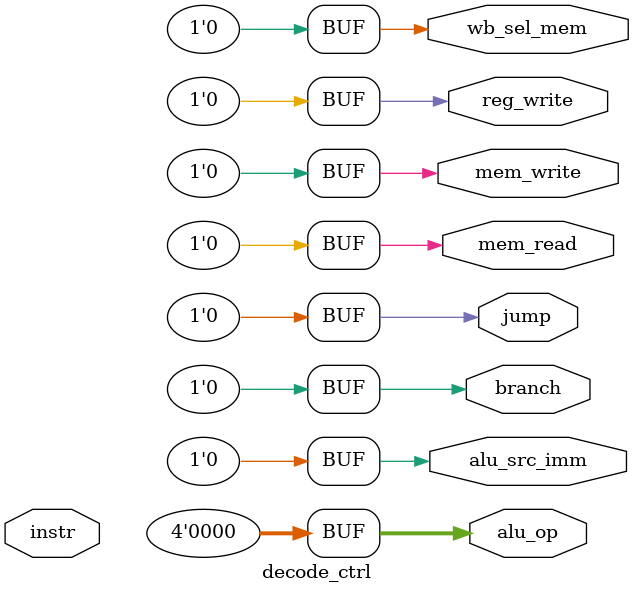
<source format=v>
`timescale 1ns/1ps

module decode_ctrl (
  input  [31:0] instr,
  output        reg_write,
  output        mem_read,
  output        mem_write,
  output        branch,
  output        jump,
  output [3:0]  alu_op,
  output        alu_src_imm,
  output        wb_sel_mem
);

  // TODO(Week 2):
  // 1) Extract opcode/funct3/funct7.
  // 2) Fill a basic decode table for first instructions:
  //    - addi, add, sub
  //    - lw, sw
  //    - beq
  //    - jal, jalr
  // 3) Define ALU op encodings in a comment.

  // Temporary placeholders.
  assign reg_write  = 1'b0;
  assign mem_read   = 1'b0;
  assign mem_write  = 1'b0;
  assign branch     = 1'b0;
  assign jump       = 1'b0;
  assign alu_op     = 4'b0000;
  assign alu_src_imm = 1'b0;
  assign wb_sel_mem  = 1'b0;

endmodule

</source>
